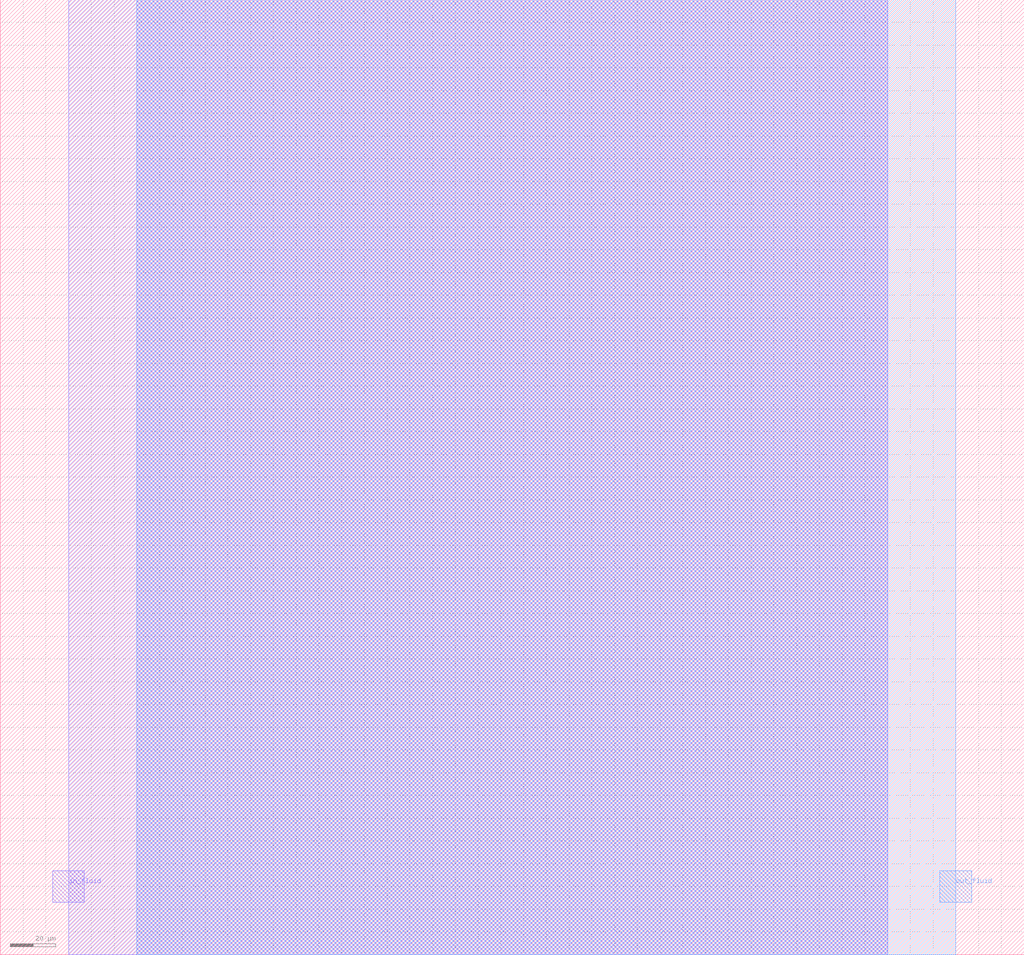
<source format=lef>
VERSION 5.7 ;
BUSBITCHARS "[]" ;
DIVIDERCHAR "/" ;
MACRO serpentine_100px_0
  CLASS CORE ;
  ORIGIN  0 0 ;
  FOREIGN serpentine_100px_0 0 0 ;
  SIZE 180 BY 180 ;
  SYMMETRY X Y ;
  SITE CoreSite ;
  PIN in_fluid
    DIRECTION INPUT ;
    USE SIGNAL ;
    PORT
      LAYER met1 ;
        RECT 23 23 37 37 ;
    END
  END in_fluid
  PIN out_fluid
    DIRECTION OUTPUT ;
    USE SIGNAL ;
    PORT
      LAYER met1 ;
        RECT 143 23 157 37 ;
    END
  END out_fluid
  OBS
    LAYER met1 ;
      RECT 37 37 143 143 ;
  END
  PROPERTY CatenaDesignType "deviceLevel" ;
END serpentine_100px_0
 
MACRO serpentine_150px_0
  CLASS CORE ;
  ORIGIN  0 0 ;
  FOREIGN serpentine_150px_0 0 0 ;
  SIZE 240 BY 240 ;
  SYMMETRY X Y ;
  SITE CoreSite ;
  PIN in_fluid
    DIRECTION INPUT ;
    USE SIGNAL ;
    PORT
      LAYER met1 ;
        RECT 23 23 37 37 ;
    END
  END in_fluid
  PIN out_fluid
    DIRECTION OUTPUT ;
    USE SIGNAL ;
    PORT
      LAYER met1 ;
        RECT 203 23 217 37 ;
    END
  END out_fluid
  OBS
    LAYER met1 ;
      RECT 30 30 210 210 ;
  END
  PROPERTY CatenaDesignType "deviceLevel" ;
END serpentine_150px_0
 
MACRO serpentine_200_100px_0
  CLASS CORE ;
  ORIGIN  0 0 ;
  FOREIGN serpentine_200_100px_0 0 0 ;
  SIZE 300 BY 180 ;
  SYMMETRY X Y ;
  SITE CoreSite ;
  PIN in_fluid
    DIRECTION INPUT ;
    USE SIGNAL ;
    PORT
      LAYER met1 ;
        RECT 23 23 37 37 ;
    END
  END in_fluid
  PIN out_fluid
    DIRECTION OUTPUT ;
    USE SIGNAL ;
    PORT
      LAYER met1 ;
        RECT 263 23 277 37 ;
    END
  END out_fluid
  OBS
    LAYER met1 ;
      RECT 30 30 270 150 ;
  END
  PROPERTY CatenaDesignType "deviceLevel" ;
END serpentine_200_100px_0

MACRO serpentine_200px_0
  CLASS CORE ;
  ORIGIN  0 0 ;
  FOREIGN serpentine_200px_0 0 0 ;
  SIZE 300 BY 300 ;
  SYMMETRY X Y ;
  SITE CoreSite ;
  PIN in_fluid
    DIRECTION INPUT ;
    USE SIGNAL ;
    PORT
      LAYER met1 ;
        RECT 23 23 37 37 ;
    END
  END in_fluid
  PIN out_fluid
    DIRECTION OUTPUT ;
    USE SIGNAL ;
    PORT
      LAYER met1 ;
        RECT 263 23 277 37 ;
    END
  END out_fluid
  OBS
    LAYER met1 ;
      RECT 30 30 270 270 ;
  END
  PROPERTY CatenaDesignType "deviceLevel" ;
END serpentine_200px_0
 
MACRO serpentine_200px_3
  CLASS CORE ;
  ORIGIN  0 0 ;
  FOREIGN serpentine_200px_0 0 0 ;
  SIZE 300 BY 300 ;
  SYMMETRY X Y ;
  SITE CoreSite ;
  PIN in_fluid
    DIRECTION INPUT ;
    USE SIGNAL ;
    PORT
      LAYER met2 ;
        RECT 23 23 37 37 ;
    END
  END in_fluid
  PIN out_fluid
    DIRECTION OUTPUT ;
    USE SIGNAL ;
    PORT
      LAYER met5 ;
        RECT 23 23 37 37 ;
    END
  END out_fluid
  OBS
    LAYER met2 ;
      RECT 30 0 270 300 ;
    LAYER met3 ;
      RECT 60 0 270 300 ;
    LAYER met4 ;
      RECT 60 0 270 300 ;
    LAYER met5 ;
      RECT 30 0 270 300 ;
  END
  PROPERTY CatenaDesignType "deviceLevel" ;
END serpentine_200px_3

MACRO serpentine_300px_0
  CLASS CORE ;
  ORIGIN  0 0 ;
  FOREIGN serpentine_300px_0 0 0 ;
  SIZE 420 BY 420 ;
  SYMMETRY X Y ;
  SITE CoreSite ;
  PIN in_fluid
    DIRECTION INPUT ;
    USE SIGNAL ;
    PORT
      LAYER met1 ;
        RECT 23 23 37 37 ;
    END
  END in_fluid
  PIN out_fluid
    DIRECTION OUTPUT ;
    USE SIGNAL ;
    PORT
      LAYER met1 ;
        RECT 383 23 397 37 ;
    END
  END out_fluid
  OBS
    LAYER met1 ;
      RECT 30 30 360 390 ;
  END
  PROPERTY CatenaDesignType "deviceLevel" ;
END serpentine_300px_0

MACRO serpentine_300px_1
  CLASS CORE ;
  ORIGIN  0 0 ;
  FOREIGN serpentine_300px_0 0 0 ;
  SIZE 420 BY 420 ;
  SYMMETRY X Y ;
  SITE CoreSite ;
  PIN in_fluid
    DIRECTION INPUT ;
    USE SIGNAL ;
    PORT
      LAYER met2 ;
        RECT 53 23 67 37 ;
    END
  END in_fluid
  PIN out_fluid
    DIRECTION OUTPUT ;
    USE SIGNAL ;
    PORT
      LAYER met3 ;
        RECT 23 23 37 37 ;
    END
  END out_fluid
  OBS
    LAYER met2 ;
      RECT 60 0 390 420 ;
    LAYER met3 ;
      RECT 60 0 390 420 ;
  END
  PROPERTY CatenaDesignType "deviceLevel" ;
END serpentine_300px_1
 
MACRO serpentine_300px_2
  CLASS CORE ;
  ORIGIN  0 0 ;
  FOREIGN serpentine_300px_0 0 0 ;
  SIZE 450 BY 420 ;
  SYMMETRY X Y ;
  SITE CoreSite ;
  PIN in_fluid
    DIRECTION INPUT ;
    USE SIGNAL ;
    PORT
      LAYER met2 ;
        RECT 23 23 37 37 ;
    END
  END in_fluid
  PIN out_fluid
    DIRECTION OUTPUT ;
    USE SIGNAL ;
    PORT
      LAYER met4 ;
        RECT 413 23 427 37 ;
    END
  END out_fluid
  OBS
    LAYER met2 ;
      RECT 30 0 390 420 ;
    LAYER met3 ;
      RECT 60 0 390 420 ;
    LAYER met4 ;
      RECT 60 0 420 420 ;
  END
  PROPERTY CatenaDesignType "deviceLevel" ;
END serpentine_300px_2
 
MACRO serpentine_300px_3
  CLASS CORE ;
  ORIGIN  0 0 ;
  FOREIGN serpentine_300px_0 0 0 ;
  SIZE 420 BY 420 ;
  SYMMETRY X Y ;
  SITE CoreSite ;
  PIN in_fluid
    DIRECTION INPUT ;
    USE SIGNAL ;
    PORT
      LAYER met2 ;
        RECT 53 23 67 37 ;
    END
  END in_fluid
  PIN out_fluid
    DIRECTION OUTPUT ;
    USE SIGNAL ;
    PORT
      LAYER met5 ;
        RECT 23 23 37 37 ;
    END
  END out_fluid
  OBS
    LAYER met2 ;
      RECT 60 0 420 420 ;
    LAYER met3 ;
      RECT 60 0 420 420 ;
    LAYER met4 ;
      RECT 60 0 420 420 ;
    LAYER met5 ;
      RECT 30 0 420 420 ;
  END
  PROPERTY CatenaDesignType "deviceLevel" ;
END serpentine_300px_3
 
MACRO serpentine_300px_4
  CLASS CORE ;
  ORIGIN  0 0 ;
  FOREIGN serpentine_300px_0 0 0 ;
  SIZE 450 BY 420 ;
  SYMMETRY X Y ;
  SITE CoreSite ;
  PIN in_fluid
    DIRECTION INPUT ;
    USE SIGNAL ;
    PORT
      LAYER met2 ;
        RECT 23 23 37 37 ;
    END
  END in_fluid
  PIN out_fluid
    DIRECTION OUTPUT ;
    USE SIGNAL ;
    PORT
      LAYER met6 ;
        RECT 413 23 427 37 ;
    END
  END out_fluid
  OBS
    LAYER met2 ;
      RECT 30 0 390 420 ;
    LAYER met3 ;
      RECT 60 0 390 420 ;
    LAYER met4 ;
      RECT 60 0 420 420 ;
    LAYER met5 ;
      RECT 60 0 420 420 ;
    LAYER met6 ;
      RECT 60 0 420 420 ;
  END
  PROPERTY CatenaDesignType "deviceLevel" ;
END serpentine_300px_4
 
MACRO serpentine_50px_0
  CLASS CORE ;
  ORIGIN  0 0 ;
  FOREIGN serpentine_50px_0 0 0 ;
  SIZE 120 BY 120 ;
  SYMMETRY X Y ;
  SITE CoreSite ;
  PIN in_fluid
    DIRECTION INPUT ;
    USE SIGNAL ;
    PORT
      LAYER met1 ;
        RECT 23 23 37 37 ;
    END
  END in_fluid
  PIN out_fluid
    DIRECTION OUTPUT ;
    USE SIGNAL ;
    PORT
      LAYER met1 ;
        RECT 83 23 97 37 ;
    END
  END out_fluid
  OBS
    LAYER met1 ;
      RECT 30 30 90 90 ;
  END
  PROPERTY CatenaDesignType "deviceLevel" ;
END serpentine_50px_0
 
MACRO serpentine_75px_0
  CLASS CORE ;
  ORIGIN  0 0 ;
  FOREIGN serpentine_75px_0 0 0 ;
  SIZE 150 BY 150 ;
  SYMMETRY X Y ;
  SITE CoreSite ;
  PIN in_fluid
    DIRECTION INPUT ;
    USE SIGNAL ;
    PORT
      LAYER met1 ;
        RECT 23 23 37 37 ;
    END
  END in_fluid
  PIN out_fluid
    DIRECTION OUTPUT ;
    USE SIGNAL ;
    PORT
      LAYER met1 ;
        RECT 113 23 127 37 ;
    END
  END out_fluid
  OBS
    LAYER met1 ;
      RECT 30 30 120 120 ;
  END
  PROPERTY CatenaDesignType "deviceLevel" ;
END serpentine_75px_0
MACRO diffmix_25px_0
  CLASS CORE ;
  ORIGIN  0 0 ;
  FOREIGN diffmix_25px_0 0 0 ;
  SIZE 90 BY 90 ;
  SYMMETRY X Y ;
  SITE CoreSite ;
  PIN a_fluid
    DIRECTION INPUT ;
    USE SIGNAL ;
    PORT
      LAYER met1 ;
        RECT 23 53 37 67 ;
    END
  END a_fluid
  PIN b_fluid
    DIRECTION INPUT ;
    USE SIGNAL ;
    PORT
      LAYER met1 ;
        RECT 23 23 37 37 ;
    END
  END b_fluid
  PIN out_fluid
    DIRECTION OUTPUT ;
    USE SIGNAL ;
    PORT
      LAYER met1 ;
        RECT 53 53 67 67 ;
    END
  END out_fluid
  OBS
    LAYER met1 ;
      RECT 37 37 53 53 ;
    LAYER met2 ;
      RECT 37 37 53 53 ;
  END
  PROPERTY CatenaDesignType "deviceLevel" ;
END diffmix_25px_0
 
MACRO mixer_sw_test
  CLASS CORE ;
  ORIGIN  0 0 ;
  FOREIGN mixer_sw_test 0 0 ;
  SIZE 210 BY 260 ;
  SYMMETRY X Y ;
  SITE CoreSite ;
  PIN a_fluid
    DIRECTION INPUT ;
    USE SIGNAL ;
    PORT
      LAYER met2 ;
        RECT 29.5 29.5 30.5 30.5 ;
    END
  END a_fluid
  PIN b_fluid
    DIRECTION INPUT ;
    USE SIGNAL ;
    PORT
      LAYER met2 ;
        RECT 163.5 29.5 164.5 30.5 ;
    END
  END b_fluid
  PIN out_fluid
    DIRECTION OUTPUT ;
    USE SIGNAL ;
    PORT
      LAYER met2 ;
        RECT 99.5 229.5 100.5 230.5 ;
    END
  END out_fluid
  OBS
    LAYER met1 ;
      RECT 30 30 180 230 ;
    LAYER met2 ;
      RECT 30 30 180 230 ;
  END
  PROPERTY CatenaDesignType "deviceLevel" ;
END mixer_sw_test

MACRO directional_res_1000nl
  CLASS CORE ;
  ORIGIN  0 0 ;
  FOREIGN directional_res_1000nl 0 0 ;
  SIZE 245 BY 150 ;
  SYMMETRY X Y ;
  SITE CoreSite ;
  PIN in_fluid
    DIRECTION INPUT ;
    USE SIGNAL ;
    PORT
      LAYER met8 ;
        RECT 23 66 37 80 ;
    END
  END in_fluid
  PIN out_fluid
    DIRECTION OUTPUT ;
    USE SIGNAL ;
    PORT
      LAYER met1 ;
        RECT 208 66 222 80 ;
    END
  END out_fluid
  OBS
    LAYER met1 ;
      RECT 30 20 215 130 ;
    LAYER met2 ;
      RECT 30 20 215 130 ;
    LAYER met3 ;
      RECT 30 20 215 130 ;
    LAYER met4 ;
      RECT 30 20 215 130 ;
    LAYER met5 ;
      RECT 30 20 215 130 ;
    LAYER met6 ;
      RECT 30 20 215 130 ;
    LAYER met7 ;
      RECT 30 20 215 130 ;
    LAYER met8 ;
      RECT 30 20 215 130 ;
  END
  PROPERTY CatenaDesignType "deviceLevel" ;
END directional_res_1000nl

MACRO directional_res_400nl
  CLASS CORE ;
  ORIGIN  0 0 ;
  FOREIGN directional_res_400nl 0 0 ;
  SIZE 210 BY 150 ;
  SYMMETRY X Y ;
  SITE CoreSite ;
  PIN in_fluid
    DIRECTION INPUT ;
    USE SIGNAL ;
    PORT
      LAYER met4 ;
        RECT 23 53 37 67 ;
    END
  END in_fluid
  PIN out_fluid
    DIRECTION OUTPUT ;
    USE SIGNAL ;
    PORT
      LAYER met1 ;
        RECT 173 53 187 67 ;
    END
  END out_fluid
  OBS
    LAYER met1 ;
      RECT 30 30 180 120 ;
    LAYER met2 ;
      RECT 30 30 180 120 ;
    LAYER met3 ;
      RECT 30 30 180 120 ;
    LAYER met4 ;
      RECT 30 30 180 120 ;
  END
  PROPERTY CatenaDesignType "deviceLevel" ;
END directional_res_400nl

MACRO directional_res_600nl
  CLASS CORE ;
  ORIGIN  0 0 ;
  FOREIGN directional_res_600nl 0 0 ;
  SIZE 210 BY 150 ;
  SYMMETRY X Y ;
  SITE CoreSite ;
  PIN in_fluid
    DIRECTION INPUT ;
    USE SIGNAL ;
    PORT
      LAYER met6 ;
        RECT 23 53 37 67 ;
    END
  END in_fluid
  PIN out_fluid
    DIRECTION OUTPUT ;
    USE SIGNAL ;
    PORT
      LAYER met1 ;
        RECT 173 53 187 67 ;
    END
  END out_fluid
  OBS
    LAYER met1 ;
      RECT 30 30 180 120 ;
    LAYER met2 ;
      RECT 30 30 180 120 ;
    LAYER met3 ;
      RECT 30 30 180 120 ;
    LAYER met4 ;
      RECT 30 30 180 120 ;
    LAYER met5 ;
      RECT 30 30 180 120 ;
    LAYER met6 ;
      RECT 30 30 180 120 ;
  END
  PROPERTY CatenaDesignType "deviceLevel" ;
END directional_res_600nl

MACRO directional_res_800nl
  CLASS CORE ;
  ORIGIN  0 0 ;
  FOREIGN directional_res_800nl 0 0 ;
  SIZE 210 BY 150 ;
  SYMMETRY X Y ;
  SITE CoreSite ;
  PIN in_fluid
    DIRECTION INPUT ;
    USE SIGNAL ;
    PORT
      LAYER met8 ;
        RECT 23 53 37 67 ;
    END
  END in_fluid
  PIN out_fluid
    DIRECTION OUTPUT ;
    USE SIGNAL ;
    PORT
      LAYER met1 ;
        RECT 173 53 187 67 ;
    END
  END out_fluid
  OBS
    LAYER met1 ;
      RECT 30 30 180 120 ;
    LAYER met2 ;
      RECT 30 30 180 120 ;
    LAYER met3 ;
      RECT 30 30 180 120 ;
    LAYER met4 ;
      RECT 30 30 180 120 ;
    LAYER met5 ;
      RECT 30 30 180 120 ;
    LAYER met6 ;
      RECT 30 30 180 120 ;
    LAYER met7 ;
      RECT 30 30 180 120 ;
    LAYER met8 ;
      RECT 30 30 180 120 ;
  END
  PROPERTY CatenaDesignType "deviceLevel" ;
END directional_res_800nl

MACRO inline_res_100nl
  CLASS CORE ;
  ORIGIN  0 0 ;
  FOREIGN inline_res_100nl 0 0 ;
  SIZE 240 BY 120 ;
  SYMMETRY X Y ;
  SITE CoreSite ;
  PIN in_fluid
    DIRECTION INPUT ;
    USE SIGNAL ;
    PORT
      LAYER met1 ;
        RECT 23 53 37 67 ;
    END
  END in_fluid
  PIN out_fluid
    DIRECTION INPUT ;
    USE SIGNAL ;
    PORT
      LAYER met1 ;
        RECT 203 53 217 67 ;
    END
  END out_fluid
  OBS
    LAYER met1 ;
      RECT 30 30 210 90 ;
    LAYER met2 ;
      RECT 30 30 210 90 ;
  END
  PROPERTY CatenaDesignType "deviceLevel" ;
END inline_res_100nl

MACRO inline_res_40nl
  CLASS CORE ;
  ORIGIN  0 0 ;
  FOREIGN inline_res_40nl 0 0 ;
  SIZE 210 BY 120 ;
  SYMMETRY X Y ;
  SITE CoreSite ;
  PIN in_fluid
    DIRECTION INPUT ;
    USE SIGNAL ;
    PORT
      LAYER met1 ;
        RECT 23 53 37 67 ;
    END
  END in_fluid
  PIN out_fluid
    DIRECTION INPUT ;
    USE SIGNAL ;
    PORT
      LAYER met1 ;
        RECT 173 53 187 67 ;
    END
  END out_fluid
  OBS
    LAYER met1 ;
      RECT 30 30 180 90 ;
    LAYER met2 ;
      RECT 30 30 180 90 ;
  END
  PROPERTY CatenaDesignType "deviceLevel" ;
END inline_res_40nl

MACRO inline_res_60nl
  CLASS CORE ;
  ORIGIN  0 0 ;
  FOREIGN inline_res_60nl 0 0 ;
  SIZE 180 BY 120 ;
  SYMMETRY X Y ;
  SITE CoreSite ;
  PIN in_fluid
    DIRECTION INPUT ;
    USE SIGNAL ;
    PORT
      LAYER met1 ;
        RECT 23 53 37 67 ;
    END
  END in_fluid
  PIN out_fluid
    DIRECTION INPUT ;
    USE SIGNAL ;
    PORT
      LAYER met1 ;
        RECT 143 53 157 67 ;
    END
  END out_fluid
  OBS
    LAYER met1 ;
      RECT 30 30 150 90 ;
    LAYER met2 ;
      RECT 30 30 150 90 ;
  END
  PROPERTY CatenaDesignType "deviceLevel" ;
END inline_res_60nl

MACRO inline_res_80nl
  CLASS CORE ;
  ORIGIN  0 0 ;
  FOREIGN inline_res_80nl 0 0 ;
  SIZE 210 BY 120 ;
  SYMMETRY X Y ;
  SITE CoreSite ;
  PIN in_fluid
    DIRECTION INPUT ;
    USE SIGNAL ;
    PORT
      LAYER met1 ;
        RECT 23 53 37 67 ;
    END
  END in_fluid
  PIN out_fluid
    DIRECTION INPUT ;
    USE SIGNAL ;
    PORT
      LAYER met1 ;
        RECT 173 53 187 67 ;
    END
  END out_fluid
  OBS
    LAYER met1 ;
      RECT 30 30 180 90 ;
    LAYER met2 ;
      RECT 30 30 180 90 ;
  END
  PROPERTY CatenaDesignType "deviceLevel" ;
END inline_res_80nl

MACRO valve_40px_1
  CLASS CORE ;
  ORIGIN  0 0 ;
  FOREIGN valve_40px_1 0 0 ;
  SIZE 180 BY 180 ;
  SYMMETRY X Y ;
  SITE CoreSite ;
  PIN in_fluid
    DIRECTION INPUT ;
    USE SIGNAL ;
    PORT
      LAYER met1 ;
        RECT 29.5 89.5 30.5 90.5 ;
    END
  END in_fluid
  PIN out_fluid
    DIRECTION OUTPUT ;
    USE SIGNAL ;
    PORT
      LAYER met1 ;
        RECT 149.5 89.5 150.5 90.5 ;
    END
  END out_fluid
  PIN in_air
    DIRECTION INPUT ;
    USE SIGNAL ;
    PORT
      LAYER met3 ;
        RECT 89.5 29.5 90.5 30.5 ;
    END
  END in_air
  PIN out_air
    DIRECTION OUTPUT ;
    USE SIGNAL ;
    PORT
      LAYER met3 ;
        RECT 89.5 149.5 90.5 150.5 ;
    END
  END out_air
  OBS
    LAYER met1 ;
      RECT 30 30 150 150 ;
    LAYER met2 ;
      RECT 30 30 150 150 ;
    LAYER met3 ;
      RECT 30 30 150 150 ;
  END
  PROPERTY CatenaDesignType "deviceLevel" ;
END valve_40px_1

MACRO valve_80px_1
  CLASS CORE ;
  ORIGIN  0 0 ;
  FOREIGN valve_80px_1 0 0 ;
  SIZE 190 BY 190 ;
  SYMMETRY X Y ;
  SITE CoreSite ;
  PIN in_fluid
    DIRECTION INPUT ;
    USE SIGNAL ;
    PORT
      LAYER met1 ;
        RECT 29.5 89.5 30.5 90.5 ;
    END
  END in_fluid
  PIN out_fluid
    DIRECTION OUTPUT ;
    USE SIGNAL ;
    PORT
      LAYER met1 ;
        RECT 149.5 89.5 150.5 90.5 ;
    END
  END out_fluid
  PIN in_air
    DIRECTION INPUT ;
    USE SIGNAL ;
    PORT
      LAYER met3 ;
        RECT 89.5 29.5 90.5 30.5 ;
    END
  END in_air
  PIN out_air
    DIRECTION OUTPUT ;
    USE SIGNAL ;
    PORT
      LAYER met3 ;
        RECT 89.5 149.5 90.5 150.5 ;
    END
  END out_air
  OBS
    LAYER met1 ;
      RECT 30 30 150 150 ;
    LAYER met2 ;
      RECT 30 30 150 150 ;
    LAYER met3 ;
      RECT 30 30 150 150 ;
  END
  PROPERTY CatenaDesignType "deviceLevel" ;
END valve_80px_1

MACRO valve_80px_4way_0
  CLASS CORE ;
  ORIGIN  0 0 ;
  FOREIGN valve_80px_4way_0 0 0 ;
  SIZE 190 BY 190 ;
  SYMMETRY X Y ;
  SITE CoreSite ;
  PIN a_fluid
    DIRECTION INOUT ;
    USE SIGNAL ;
    PORT
      LAYER met1 ;
        RECT 29.5 89.5 30.5 90.5 ;
    END
  END a_fluid
  PIN b_fluid
    DIRECTION INOUT ;
    USE SIGNAL ;
    PORT
      LAYER met1 ;
        RECT 149.5 89.5 150.5 90.5 ;
    END
  END b_fluid
  PIN c_fluid
    DIRECTION INOUT ;
    USE SIGNAL ;
    PORT
      LAYER met1 ;
        RECT 89.5 29.5 90.5 30.5 ;
    END
  END c_fluid
  PIN d_fluid
    DIRECTION INOUT ;
    USE SIGNAL ;
    PORT
      LAYER met1 ;
        RECT 89.5 149.5 90.5 150.5 ;
    END
  END d_fluid
  PIN in_air
    DIRECTION INPUT ;
    USE SIGNAL ;
    PORT
      LAYER met3 ;
        RECT 89.5 59.5 90.5 60.5 ;
    END
  END in_air
  PIN out_air
    DIRECTION OUTPUT ;
    USE SIGNAL ;
    PORT
      LAYER met3 ;
        RECT 89.5 119.5 90.5 120.5 ;
    END
  END out_air
  OBS
    LAYER met1 ;
      RECT 30 30 150 150 ;
    LAYER met2 ;
      RECT 30 30 150 150 ;
    LAYER met3 ;
      RECT 60 60 120 120 ;
  END
  PROPERTY CatenaDesignType "deviceLevel" ;
END valve_80px_4way_0

MACRO pump_20_40_20px_0
  CLASS CORE ;
  ORIGIN  0 0 ;
  FOREIGN pump_20_40_20px_0 0 0 ;
  SIZE 320 BY 165 ;
  SYMMETRY X Y ;
  SITE CoreSite ;
  PIN fluid_in
    DIRECTION INPUT ;
    USE SIGNAL ;
    PORT
      LAYER met1 ;
        RECT 29.5 89.5 30.5 90.5 ;
    END
  END fluid_in
  PIN fluid_out
    DIRECTION OUTPUT ;
    USE SIGNAL ;
    PORT
      LAYER met1 ;
        RECT 299.5 89.5 300.5 90.5 ;
    END
  END fluid_out
  PIN a_out_air
    DIRECTION OUTPUT ;
    USE SIGNAL ;
    PORT
      LAYER met3 ;
        RECT 89.5 149.5 90.5 150.5 ;
    END
  END a_out_air
  PIN b_out_air
    DIRECTION OUTPUT ;
    USE SIGNAL ;
    PORT
      LAYER met3 ;
        RECT 164.5 149.5 165.5 150.5 ;
    END
  END b_out_air
  PIN c_out_air
    DIRECTION OUTPUT ;
    USE SIGNAL ;
    PORT
      LAYER met3 ;
        RECT 239.5 149.5 240.5 150.5 ;
    END
  END c_out_air
  PIN a_in_air
    DIRECTION INPUT ;
    USE SIGNAL ;
    PORT
      LAYER met3 ;
        RECT 89.5 29.5 90.5 30.5 ;
    END
  END a_in_air
  PIN b_in_air
    DIRECTION INPUT ;
    USE SIGNAL ;
    PORT
      LAYER met3 ;
        RECT 164.5 29.5 165.5 30.5 ;
    END
  END b_in_air
  PIN c_in_air
    DIRECTION INPUT ;
    USE SIGNAL ;
    PORT
      LAYER met3 ;
        RECT 239.5 29.5 240.5 30.5 ;
    END
  END c_in_air
  OBS
    LAYER met1 ;
      RECT 30 30 300 150 ;
    LAYER met2 ;
      RECT 30 30 300 150 ;
    LAYER met3 ;
      RECT 30 30 300 150 ;
  END
  PROPERTY CatenaDesignType "deviceLevel" ;
END pump_20_40_20px_0

MACRO pump_20px_0
  CLASS CORE ;
  ORIGIN  0 0 ;
  FOREIGN pump_20px_0 0 0 ;
  SIZE 300 BY 130 ;
  SYMMETRY X Y ;
  SITE CoreSite ;
  PIN fluid_in
    DIRECTION INPUT ;
    USE SIGNAL ;
    PORT
      LAYER met1 ;
        RECT 29.5 64.5 30.5 65.5 ;
    END
  END fluid_in
  PIN fluid_out
    DIRECTION OUTPUT ;
    USE SIGNAL ;
    PORT
      LAYER met1 ;
        RECT 269.5 64.5 270.5 65.5 ;
    END
  END fluid_out
  PIN air_out_a
    DIRECTION OUTPUT ;
    USE SIGNAL ;
    PORT
      LAYER met3 ;
        RECT 79.5 99.5 80.5 100.5 ;
    END
  END air_out_a
  PIN air_out_b
    DIRECTION OUTPUT ;
    USE SIGNAL ;
    PORT
      LAYER met3 ;
        RECT 149.5 99.5 150.5 100.5 ;
    END
  END air_out_b
  PIN air_out_c
    DIRECTION OUTPUT ;
    USE SIGNAL ;
    PORT
      LAYER met3 ;
        RECT 219.5 99.5 220.5 100.5 ;
    END
  END air_out_c
  PIN air_in_a
    DIRECTION INPUT ;
    USE SIGNAL ;
    PORT
      LAYER met3 ;
        RECT 79.5 29.5 80.5 30.5 ;
    END
  END air_in_a
  PIN air_in_b
    DIRECTION INPUT ;
    USE SIGNAL ;
    PORT
      LAYER met3 ;
        RECT 149.5 29.5 150.5 30.5 ;
    END
  END air_in_b
  PIN air_in_c
    DIRECTION INPUT ;
    USE SIGNAL ;
    PORT
      LAYER met3 ;
        RECT 219.5 29.5 220.5 30.5 ;
    END
  END air_in_c
  OBS
    LAYER met1 ;
      RECT 30 30 270 100 ;
    LAYER met2 ;
      RECT 30 30 270 100 ;
    LAYER met3 ;
      RECT 30 30 270 100 ;
  END
  PROPERTY CatenaDesignType "deviceLevel" ;
END pump_20px_0

MACRO pump_40px_0
  CLASS CORE ;
  ORIGIN  0 0 ;
  FOREIGN pump_40px_0 0 0 ;
  SIZE 290 BY 135 ;
  SYMMETRY X Y ;
  SITE CoreSite ;
  PIN in_fluid
    DIRECTION INPUT ;
    USE SIGNAL ;
    PORT
      LAYER met1 ;
        RECT 29.5 59.5 30.5 60.5 ;
    END
  END in_fluid
  PIN out_fluid
    DIRECTION OUTPUT ;
    USE SIGNAL ;
    PORT
      LAYER met1 ;
        RECT 269.5 59.5 270.5 60.5 ;
    END
  END out_fluid
  PIN a_in_air
    DIRECTION INPUT ;
    USE SIGNAL ;
    PORT
      LAYER met3 ;
        RECT 89.5 29.5 90.5 30.5 ;
    END
  END a_in_air
  PIN a_out_air
    DIRECTION OUTPUT ;
    USE SIGNAL ;
    PORT
      LAYER met3 ;
        RECT 89.5 89.5 90.5 90.5 ;
    END
  END a_out_air
  PIN b_in_air
    DIRECTION INPUT ;
    USE SIGNAL ;
    PORT
      LAYER met3 ;
        RECT 149.5 29.5 150.5 30.5 ;
    END
  END b_in_air
  PIN b_out_air
    DIRECTION OUTPUT ;
    USE SIGNAL ;
    PORT
      LAYER met3 ;
        RECT 149.5 89.5 150.5 90.5 ;
    END
  END b_out_air
  PIN c_in_air
    DIRECTION INPUT ;
    USE SIGNAL ;
    PORT
      LAYER met3 ;
        RECT 209.5 29.5 210.5 30.5 ;
    END
  END c_in_air
  PIN c_out_air
    DIRECTION OUTPUT ;
    USE SIGNAL ;
    PORT
      LAYER met3 ;
        RECT 209.5 89.5 210.5 90.5 ;
    END
  END c_out_air
  OBS
    LAYER met1 ;
      RECT 30 30 270 90 ;
    LAYER met2 ;
      RECT 30 30 270 90 ;
    LAYER met3 ;
      RECT 30 30 270 90 ;
  END
  PROPERTY CatenaDesignType "deviceLevel" ;
END pump_40px_0

MACRO optical_measure_100_5ch
  CLASS CORE ;
  ORIGIN  0 0 ;
  FOREIGN optical_measure_100_5ch 0 0 ;
  SIZE 360 BY 120 ;
  SYMMETRY X Y ;
  SITE CoreSite ;
  PIN in_fluid
    DIRECTION INPUT ;
    USE SIGNAL ;
    PORT
      LAYER met4 ;
        RECT 23 53 37 67 ;
    END
  END in_fluid
  PIN out_fluid
    DIRECTION OUTPUT ;
    USE SIGNAL ;
    PORT
      LAYER met4 ;
        RECT 323 53 337 67 ;
    END
  END out_fluid
  OBS
    LAYER met1 ;
      RECT 30 30 330 90 ;
    LAYER met2 ;
      RECT 30 30 330 90 ;
    LAYER met3 ;
      RECT 40 30 320 90 ;
    LAYER met4 ;
      RECT 30 30 330 90 ;
    LAYER met5 ;
      RECT 40 30 320 90 ;
    LAYER met6 ;
      RECT 30 30 330 90 ;
    LAYER met7 ;
      RECT 30 30 330 90 ;
    LAYER met8 ;
      RECT 30 30 330 90 ;
    LAYER met9 ;
      RECT 30 30 330 90 ;
  END
  PROPERTY CatenaDesignType "deviceLevel" ;
END optical_measure_100_5ch

MACRO optical_measure_300_5ch
  CLASS CORE ;
  ORIGIN  0 0 ;
  FOREIGN optical_measure_300_5ch 0 0 ;
  SIZE 600 BY 150 ;
  SYMMETRY X Y ;
  SITE CoreSite ;
  PIN in_fluid
    DIRECTION INPUT ;
    USE SIGNAL ;
    PORT
      LAYER met4 ;
        RECT 23 68 37 82 ;
    END
  END in_fluid
  PIN out_fluid
    DIRECTION OUTPUT ;
    USE SIGNAL ;
    PORT
      LAYER met4 ;
        RECT 563 68 577 82 ;
    END
  END out_fluid
  OBS
    LAYER met1 ;
      RECT 30 30 570 120 ;
    LAYER met2 ;
      RECT 30 30 570 120 ;
    LAYER met3 ;
      RECT 40 30 560 120 ;
    LAYER met4 ;
      RECT 30 30 570 120 ;
    LAYER met5 ;
      RECT 40 30 560 120 ;
    LAYER met6 ;
      RECT 30 30 570 120 ;
    LAYER met7 ;
      RECT 30 30 570 120 ;
    LAYER met8 ;
      RECT 30 30 570 120 ;
    LAYER met9 ;
      RECT 30 30 570 120 ;
  END
  PROPERTY CatenaDesignType "deviceLevel" ;
END optical_measure_300_5ch

MACRO pinhole_325px_0
  CLASS PAD ;
  ORIGIN 0 0 ;
  FOREIGN pinhole_325px_0 ;
  SIZE 330 BY 140 ;
  SYMMETRY X Y R90 ;
  PIN connection
    DIRECTION INOUT ;
    USE SIGNAL ;
    PORT
      LAYER met5 ;
        RECT 310 60 330 80 ;
    END
  END connection
  PIN pad
    DIRECTION INOUT ;
    USE SIGNAL ;
    PORT
      LAYER met9 ;
        RECT 0 60 20 80 ;
    END
  END pad
  OBS
    LAYER met1 ;
      RECT 20 0 310 140 ;
    LAYER met2 ;
      RECT 20 0 310 140 ;
    LAYER met3 ;
      RECT 20 0 310 140 ;
    LAYER met4 ;
      RECT 20 0 310 140 ;
    LAYER met5 ;
      RECT 20 0 310 140 ;
    LAYER met6 ;
      RECT 20 0 310 140 ;
    LAYER met7 ;
      RECT 20 0 310 140 ;
    LAYER met8 ;
      RECT 20 0 310 140 ;
    LAYER met9 ;
      RECT 20 0 310 140 ;
  END
END pinhole_325px_0
END LIBRARY

</source>
